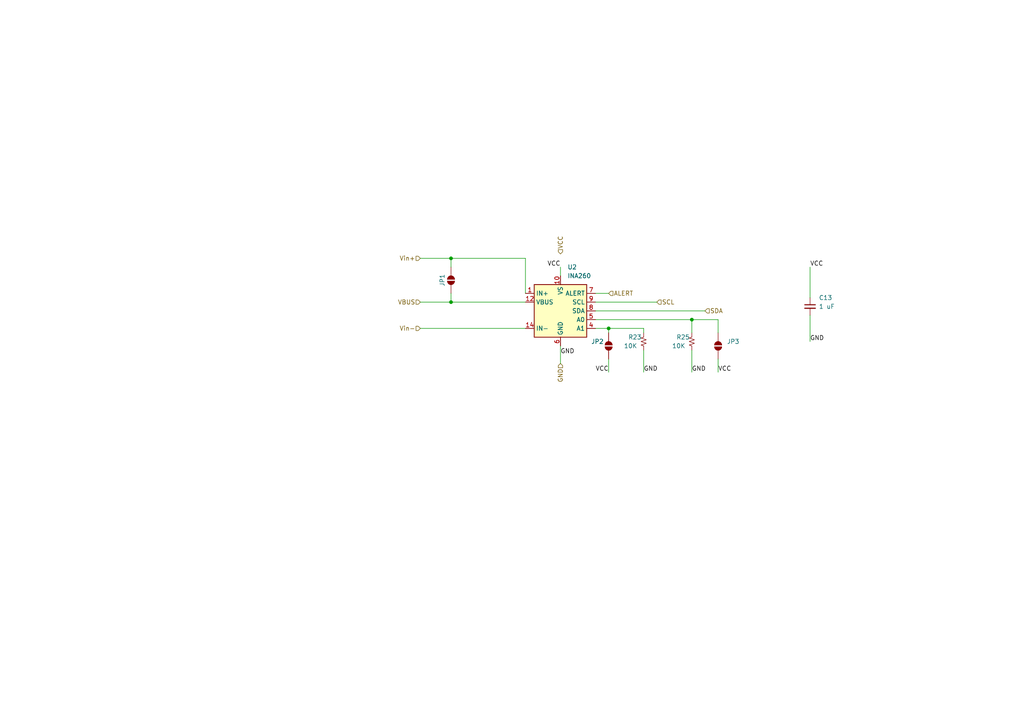
<source format=kicad_sch>
(kicad_sch (version 20211123) (generator eeschema)
  (paper "A4")
  (title_block (title "Adafruit_INA260") (company "Gautek"))
  (lib_symbols
    (symbol "Dual-Mag-Camera-Control-rescue:C_Small-SPC-Control-rescue" (pin_numbers hide) (pin_names (offset 0.254) hide)
      (property "Reference" "C" (at 0.254 1.778 0))
      (property "Value" "C_Small-SPC-Control-rescue" (at 0.254 -2.032 0))
      (symbol "C_Small-SPC-Control-rescue_0_1"
        (polyline (pts (xy -1.524 -0.508) (xy 1.524 -0.508)) (stroke (width 0.3302)))
        (polyline (pts (xy -1.524 0.508) (xy 1.524 0.508)) (stroke (width 0.3048)))
      )
      (symbol "C_Small-SPC-Control-rescue_1_1"
        (pin passive line (at 0 2.54 270) (length 2.032) (name "~") (number "1"))
        (pin passive line (at 0 -2.54 90) (length 2.032) (name "~") (number "2"))
      )
    )
    (symbol "Dual-Mag-Camera-Control-rescue:Resistor_small-SPC-Control-rescue-DeathStar-rescue-BUMP-Control-rescue" (pin_numbers hide) (pin_names (offset 0))
      (property "Reference" "R" (at 2.032 0 90))
      (property "Value" "Resistor_small-SPC-Control-rescue-DeathStar-rescue-BUMP-Control-rescue" (at -2.032 0.254 90))
      (symbol "Resistor_small-SPC-Control-rescue-DeathStar-rescue-BUMP-Control-rescue_0_1"
        (polyline (pts (xy 0 1.27) (xy -0.762 1.016) (xy 0.762 0.508) (xy -0.762 0) (xy 0.762 -0.508) (xy -0.762 -1.016) (xy 0 -1.27)))
      )
      (symbol "Resistor_small-SPC-Control-rescue-DeathStar-rescue-BUMP-Control-rescue_1_1"
        (pin passive line (at 0 2.54 270) (length 1.27) (name "~") (number "1"))
        (pin passive line (at 0 -2.54 90) (length 1.27) (name "~") (number "2"))
      )
    )
    (symbol "Jumper:SolderJumper_2_Open" (pin_numbers hide) (pin_names (offset 0) hide)
      (property "Reference" "JP" (at 0 2.032 0))
      (property "Value" "SolderJumper_2_Open" (at 0 -2.54 0))
      (symbol "SolderJumper_2_Open_0_1"
        (arc (start -0.254 1.016) (mid -1.27 0) (end -0.254 -1.016))
        (arc (start -0.254 1.016) (mid -1.27 0) (end -0.254 -1.016) (fill (type outline)))
        (polyline (pts (xy -0.254 1.016) (xy -0.254 -1.016)))
        (polyline (pts (xy 0.254 1.016) (xy 0.254 -1.016)))
        (arc (start 0.254 -1.016) (mid 1.27 0) (end 0.254 1.016))
        (arc (start 0.254 -1.016) (mid 1.27 0) (end 0.254 1.016) (fill (type outline)))
      )
      (symbol "SolderJumper_2_Open_1_1"
        (pin passive line (at -3.81 0 0) (length 2.54) (name "A") (number "1"))
        (pin passive line (at 3.81 0 180) (length 2.54) (name "B") (number "2"))
      )
    )
    (symbol "Sensor:INA260"
      (property "Reference" "U" (at -6.35 8.89 0))
      (property "Value" "INA260" (at 2.54 8.89 0))
      (symbol "INA260_0_1"
        (rectangle (start -7.62 7.62) (end 7.62 -7.62) (stroke (width 0.254)) (fill (type background)))
      )
      (symbol "INA260_1_1"
        (pin passive line (at -10.16 5.08 0) (length 2.54) (name "IN+") (number "1"))
        (pin power_in line (at 0 10.16 270) (length 2.54) (name "VS") (number "10"))
        (pin passive line (at 0 -10.16 90) (length 2.54) hide (name "GND") (number "11"))
        (pin passive line (at -10.16 2.54 0) (length 2.54) (name "VBUS") (number "12"))
        (pin no_connect line (at 2.54 -7.62 90) (length 2.54) hide (name "NC") (number "13"))
        (pin passive line (at -10.16 -5.08 0) (length 2.54) (name "IN-") (number "14"))
        (pin passive line (at -10.16 -5.08 0) (length 2.54) hide (name "IN-") (number "15"))
        (pin passive line (at -10.16 -5.08 0) (length 2.54) hide (name "IN-") (number "16"))
        (pin passive line (at -10.16 5.08 0) (length 2.54) hide (name "IN+") (number "2"))
        (pin passive line (at -10.16 5.08 0) (length 2.54) hide (name "IN+") (number "3"))
        (pin input line (at 10.16 -5.08 180) (length 2.54) (name "A1") (number "4"))
        (pin input line (at 10.16 -2.54 180) (length 2.54) (name "A0") (number "5"))
        (pin power_in line (at 0 -10.16 90) (length 2.54) (name "GND") (number "6"))
        (pin open_collector line (at 10.16 5.08 180) (length 2.54) (name "ALERT") (number "7"))
        (pin bidirectional line (at 10.16 0 180) (length 2.54) (name "SDA") (number "8"))
        (pin input line (at 10.16 2.54 180) (length 2.54) (name "SCL") (number "9"))
      )
    )
    (symbol "SolderJumper_2_Open_1" (pin_numbers hide) (pin_names (offset 0) hide)
      (property "Reference" "JP" (at 0 2.032 0))
      (property "Value" "SolderJumper_2_Open_1" (at 0 -2.54 0))
      (symbol "SolderJumper_2_Open_1_0_1"
        (arc (start -0.254 1.016) (mid -1.27 0) (end -0.254 -1.016))
        (arc (start -0.254 1.016) (mid -1.27 0) (end -0.254 -1.016) (fill (type outline)))
        (polyline (pts (xy -0.254 1.016) (xy -0.254 -1.016)))
        (polyline (pts (xy 0.254 1.016) (xy 0.254 -1.016)))
        (arc (start 0.254 -1.016) (mid 1.27 0) (end 0.254 1.016))
        (arc (start 0.254 -1.016) (mid 1.27 0) (end 0.254 1.016) (fill (type outline)))
      )
      (symbol "SolderJumper_2_Open_1_1_1"
        (pin passive line (at -3.81 0 0) (length 2.54) (name "A") (number "1"))
        (pin passive line (at 3.81 0 180) (length 2.54) (name "B") (number "2"))
      )
    )
    (symbol "SolderJumper_2_Open_2" (pin_numbers hide) (pin_names (offset 0) hide)
      (property "Reference" "JP" (at 0 2.032 0))
      (property "Value" "SolderJumper_2_Open_2" (at 0 -2.54 0))
      (symbol "SolderJumper_2_Open_2_0_1"
        (arc (start -0.254 1.016) (mid -1.27 0) (end -0.254 -1.016))
        (arc (start -0.254 1.016) (mid -1.27 0) (end -0.254 -1.016) (fill (type outline)))
        (polyline (pts (xy -0.254 1.016) (xy -0.254 -1.016)))
        (polyline (pts (xy 0.254 1.016) (xy 0.254 -1.016)))
        (arc (start 0.254 -1.016) (mid 1.27 0) (end 0.254 1.016))
        (arc (start 0.254 -1.016) (mid 1.27 0) (end 0.254 1.016) (fill (type outline)))
      )
      (symbol "SolderJumper_2_Open_2_1_1"
        (pin passive line (at -3.81 0 0) (length 2.54) (name "A") (number "1"))
        (pin passive line (at 3.81 0 180) (length 2.54) (name "B") (number "2"))
      )
    )
  )
  (junction (at 200.66 92.71))
  (junction (at 130.81 74.93))
  (junction (at 176.53 95.25))
  (junction (at 130.81 87.63))
  (wire (pts (xy 172.72 87.63) (xy 190.5 87.63)))
  (wire (pts (xy 162.56 100.33) (xy 162.56 105.41)))
  (wire (pts (xy 200.66 92.71) (xy 200.66 96.52)))
  (wire (pts (xy 176.53 104.14) (xy 176.53 107.95)))
  (wire (pts (xy 172.72 95.25) (xy 176.53 95.25)))
  (wire (pts (xy 234.95 91.44) (xy 234.95 99.06)))
  (wire (pts (xy 208.28 92.71) (xy 208.28 96.52)))
  (wire (pts (xy 130.81 74.93) (xy 130.81 77.47)))
  (wire (pts (xy 152.4 74.93) (xy 152.4 85.09)))
  (wire (pts (xy 162.56 77.47) (xy 162.56 80.01)))
  (wire (pts (xy 121.92 95.25) (xy 152.4 95.25)))
  (wire (pts (xy 172.72 92.71) (xy 200.66 92.71)))
  (wire (pts (xy 186.69 101.6) (xy 186.69 107.95)))
  (wire (pts (xy 200.66 101.6) (xy 200.66 107.95)))
  (wire (pts (xy 121.92 87.63) (xy 130.81 87.63)))
  (wire (pts (xy 172.72 90.17) (xy 204.47 90.17)))
  (wire (pts (xy 130.81 87.63) (xy 152.4 87.63)))
  (wire (pts (xy 130.81 74.93) (xy 152.4 74.93)))
  (wire (pts (xy 130.81 85.09) (xy 130.81 87.63)))
  (wire (pts (xy 208.28 104.14) (xy 208.28 107.95)))
  (wire (pts (xy 234.95 77.47) (xy 234.95 86.36)))
  (wire (pts (xy 186.69 95.25) (xy 186.69 96.52)))
  (wire (pts (xy 121.92 74.93) (xy 130.81 74.93)))
  (wire (pts (xy 176.53 95.25) (xy 176.53 96.52)))
  (wire (pts (xy 200.66 92.71) (xy 208.28 92.71)))
  (wire (pts (xy 172.72 85.09) (xy 176.53 85.09)))
  (wire (pts (xy 176.53 95.25) (xy 186.69 95.25)))
  (label "VCC" (at 234.95 77.47 0))
  (label "GND" (at 234.95 99.06 0))
  (label "GND" (at 200.66 107.95 0))
  (label "VCC" (at 162.56 77.47 180))
  (label "VCC" (at 208.28 107.95 0))
  (label "GND" (at 186.69 107.95 0))
  (label "VCC" (at 176.53 107.95 180))
  (label "GND" (at 162.56 102.87 0))
  (hierarchical_label "VBUS" (shape input) (at 121.92 87.63 180))
  (hierarchical_label "ALERT" (shape input) (at 176.53 85.09 0))
  (hierarchical_label "GND" (shape input) (at 162.56 105.41 270))
  (hierarchical_label "VCC" (shape input) (at 162.56 73.66 90))
  (hierarchical_label "SCL" (shape input) (at 190.5 87.63 0))
  (hierarchical_label "Vin+" (shape input) (at 121.92 74.93 180))
  (hierarchical_label "Vin-" (shape input) (at 121.92 95.25 180))
  (hierarchical_label "SDA" (shape input) (at 204.47 90.17 0))
  (symbol (lib_name "SolderJumper_2_Open_1") (lib_id "Jumper:SolderJumper_2_Open") (at 208.28 100.33 90) (unit 1)
    (property "Reference" "JP3" (at 210.82 99.0599 90) (effects (justify right)))
    (property "Value" "SolderJumper_2_Open" (effects hide))
    (property "Footprint" "Jumper:SolderJumper-2_P1.3mm_Open_TrianglePad1.0x1.5mm" (effects hide))
  )
  (symbol (lib_name "SolderJumper_2_Open_2") (lib_id "Jumper:SolderJumper_2_Open") (at 130.81 81.28 270) (unit 1)
    (property "Reference" "JP1" (at 128.27 81.28 0))
    (property "Value" "SolderJumper_2_Open" (effects hide))
    (property "Footprint" "Jumper:SolderJumper-2_P1.3mm_Open_TrianglePad1.0x1.5mm" (effects hide))
  )
  (symbol (lib_id "Dual-Mag-Camera-Control-rescue:Resistor_small-SPC-Control-rescue-DeathStar-rescue-BUMP-Control-rescue") (at 200.66 99.06 0) (unit 1)
    (property "Reference" "R25" (at 198.12 97.79 0))
    (property "Value" "10K" (at 196.85 100.33 0))
    (property "Footprint" "Resistor_SMD:R_0603_1608Metric_Pad0.98x0.95mm_HandSolder" (effects hide))
    (property "Datasheet" "http://www.vishay.com/docs/28705/mcx0x0xpro.pdf" (effects hide))
    (property "Part Number" "MCT0603-10.0K-CFCT-ND" (effects hide))
    (property "Supplier" "Digikey" (effects hide))
    (property "Link" "https://www.digikey.com/product-detail/en/vishay-beyschlag/MCT06030C1002FP500/MCT0603-10.0K-CFCT-ND/2607933" (effects hide))
  )
  (symbol (lib_id "Dual-Mag-Camera-Control-rescue:C_Small-SPC-Control-rescue") (at 234.95 88.9 0) (unit 1)
    (property "Reference" "C13" (at 237.49 86.36 0) (effects (justify left)))
    (property "Value" "1 uF" (at 237.49 88.9 0) (effects (justify left)))
    (property "Footprint" "Capacitor_SMD:C_0805_2012Metric" (effects hide))
    (property "Datasheet" "https://www.yageo.com/upload/media/product/productsearch/datasheet/mlcc/UPY-GPHC_X7R_6.3V-to-50V_18.pdf" (effects hide))
    (property "Part Number" "311-3498-1-ND" (effects hide))
    (property "Supplier" "Digikey" (effects hide))
    (property "Link" "https://www.digikey.com/product-detail/en/yageo/CC0805JKX7R9BB105/311-3498-1-ND/7164519" (effects hide))
  )
  (symbol (lib_id "Jumper:SolderJumper_2_Open") (at 176.53 100.33 90) (unit 1)
    (property "Reference" "JP2" (at 171.45 99.06 90) (effects (justify right)))
    (property "Value" "SolderJumper_2_Open" (effects hide))
    (property "Footprint" "Jumper:SolderJumper-2_P1.3mm_Open_TrianglePad1.0x1.5mm" (effects hide))
  )
  (symbol (lib_id "Sensor:INA260") (at 162.56 90.17 0) (unit 1)
    (property "Reference" "U2" (at 164.5794 77.47 0) (effects (justify left)))
    (property "Value" "INA260" (at 164.5794 80.01 0) (effects (justify left)))
    (property "Footprint" "Package_SO:TSSOP-16_4.4x5mm_P0.65mm" (effects hide))
    (property "Datasheet" "http://www.ti.com/lit/ds/symlink/ina260.pdf" (effects hide))
  )
  (symbol (lib_id "Dual-Mag-Camera-Control-rescue:Resistor_small-SPC-Control-rescue-DeathStar-rescue-BUMP-Control-rescue") (at 186.69 99.06 0) (unit 1)
    (property "Reference" "R23" (at 184.15 97.79 0))
    (property "Value" "10K" (at 182.88 100.33 0))
    (property "Footprint" "Resistor_SMD:R_0603_1608Metric_Pad0.98x0.95mm_HandSolder" (effects hide))
    (property "Datasheet" "http://www.vishay.com/docs/28705/mcx0x0xpro.pdf" (effects hide))
    (property "Part Number" "MCT0603-10.0K-CFCT-ND" (effects hide))
    (property "Supplier" "Digikey" (effects hide))
    (property "Link" "https://www.digikey.com/product-detail/en/vishay-beyschlag/MCT06030C1002FP500/MCT0603-10.0K-CFCT-ND/2607933" (effects hide))
  )
)
</source>
